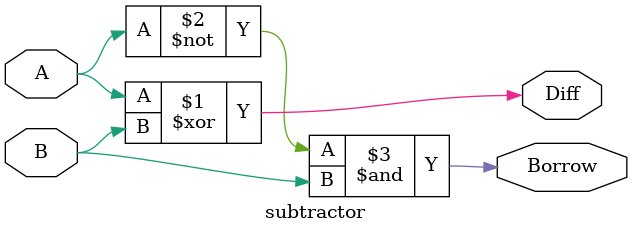
<source format=v>
`timescale 1ns / 1ps
module subtractor(
    input A,
    input B,
    output Diff,
    output Borrow
    );
assign Diff= A^B;
assign Borrow= ~A&B;
endmodule

</source>
